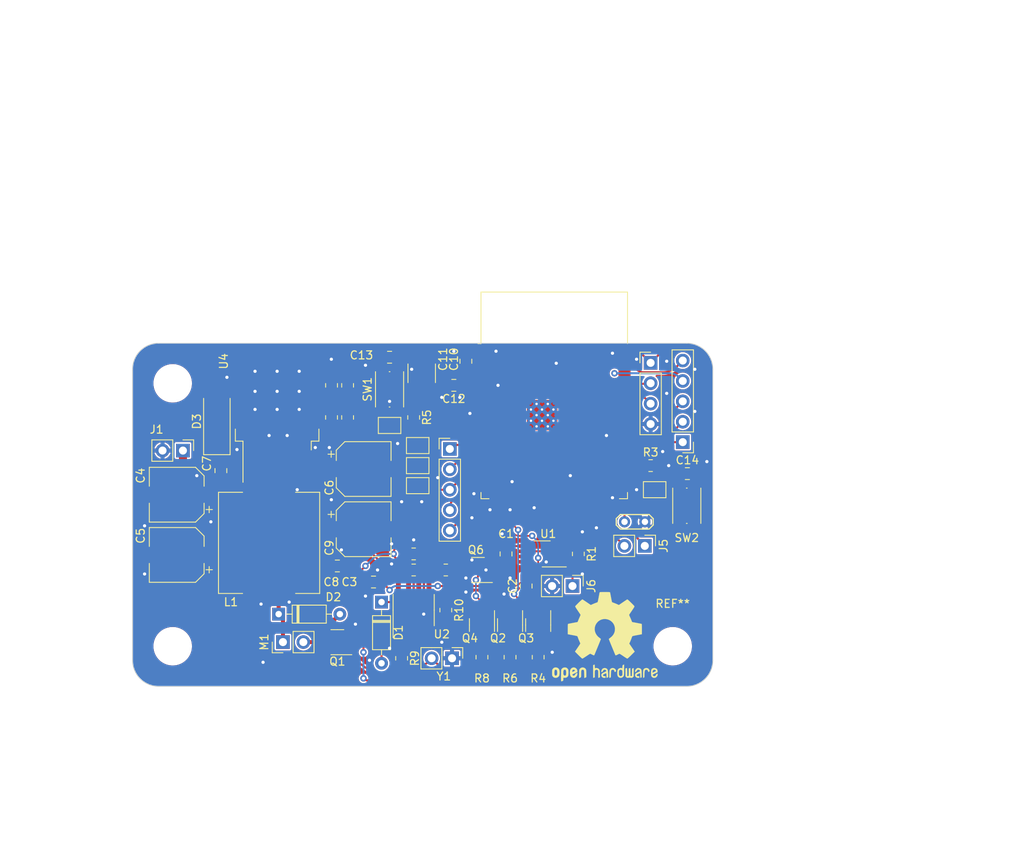
<source format=kicad_pcb>
(kicad_pcb (version 20221018) (generator pcbnew)
  (layers (0 "F.Cu" signal) (31 "B.Cu" signal) (34 "B.Paste" user) (35 "F.Paste" user) (36 "B.SilkS" user "B.Silkscreen") (37 "F.SilkS" user "F.Silkscreen") (38 "B.Mask" user) (39 "F.Mask" user) (44 "Edge.Cuts" user))
  (net 0 "")
  (net 1 "Net-(U1-CV)")
  (net 2 "GND")
  (net 3 "VDD")
  (net 4 "+5V")
  (net 5 "Net-(JP2-A)")
  (net 6 "/Wake_DIS")
  (net 7 "Net-(D1-K)")
  (net 8 "Net-(D1-A)")
  (net 9 "Net-(D2-A)")
  (net 10 "Net-(D3-K)")
  (net 11 "/ESP_P10")
  (net 12 "/ESP_P11")
  (net 13 "/ESP_P12")
  (net 14 "/ESP_P13")
  (net 15 "/ESP_P14")
  (net 16 "/ESP_P30")
  (net 17 "/ESP_P31")
  (net 18 "/ESP_P33")
  (net 19 "/ESP_P36")
  (net 20 "/ESP_P37")
  (net 21 "/Touch0")
  (net 22 "/Touch2")
  (net 23 "/Capacity_electrode")
  (net 24 "/PZ_OUT")
  (net 25 "/Wake_EN")
  (net 26 "/PZ_ATN100K")
  (net 27 "Net-(Q2-D)")
  (net 28 "/PZ_ATN10K")
  (net 29 "Net-(Q3-D)")
  (net 30 "/PZ_ATN1MEG")
  (net 31 "Net-(Q4-D)")
  (net 32 "/PZ_G10")
  (net 33 "Net-(Q6-D)")
  (net 34 "Net-(U1-Q)")
  (net 35 "Net-(R15-Pad2)")
  (net 36 "Net-(R4-Pad2)")
  (net 37 "Net-(U2A--)")
  (net 38 "Net-(U2B--)")
  (net 39 "Net-(U4-F{slash}B)")
  (net 40 "Net-(R16-Pad2)")
  (net 41 "/555_EN")
  (net 51 "/ESP_EN")
  (net 52 "/TX")
  (net 53 "/RX")
  (net 54 "/Boot")
  (net 55 "/SENSOR_VP")
  (net 56 "/SENSOR_VN")
  (net 57 "/16PU")
  (footprint "RF_Module:ESP32-WROOM-32D" (layer "F.Cu") (at 143.5 78.245)
    (fp_text reference "U3" hide)
    (fp_text value "ESP32-WROOM-32D")
  )
  (footprint "Connector_PinHeader_2.54mm:PinHeader_1x02_P2.54mm_Vertical" (layer "F.Cu") (at 97.275 82.125 -90)
    (fp_text reference "J1")
    (fp_text value "Conn_01x02" hide)
  )
  (footprint "Package_TO_SOT_SMD:SOT-23-3" (layer "F.Cu") (at 116.5 106 180)
    (fp_text reference "Q1")
    (fp_text value "2N7002K")
  )
  (footprint "Resistor_SMD:R_0805_2012Metric_Pad1.20x1.40mm_HandSolder" (layer "F.Cu") (at 115.775 74 90)
    (fp_text reference "R2" hide)
    (fp_text value "10k")
  )
  (footprint "Connector_PinHeader_2.54mm:PinHeader_1x02_P2.54mm_Vertical" (layer "F.Cu") (at 130.775 108 -90)
    (fp_text reference "Y1")
    (fp_text value "Piezo")
  )
  (footprint "Resistor_SMD:R_0805_2012Metric_Pad1.20x1.40mm_HandSolder" (layer "F.Cu") (at 130 97 180)
    (fp_text reference "R14" hide)
    (fp_text value "10k")
  )
  (footprint "Diode_THT:D_DO-35_SOD27_P7.62mm_Horizontal" (layer "F.Cu") (at 109.19 102.5)
    (fp_text reference "D2")
    (fp_text value "1N4148")
  )
  (footprint "Capacitor_SMD:C_0805_2012Metric_Pad1.18x1.45mm_HandSolder" (layer "F.Cu") (at 137.5 95 -90)
    (fp_text reference "C1")
    (fp_text value "100n")
  )
  (footprint "Connector_PinHeader_2.54mm:PinHeader_1x02_P2.54mm_Vertical" (layer "F.Cu") (at 154.775 94 -90)
    (fp_text reference "J5")
    (fp_text value "Conn_01x02")
  )
  (footprint "Capacitor_SMD:CP_Elec_6.3x5.7" (layer "F.Cu") (at 119.775 91.925)
    (fp_text reference "C9")
    (fp_text value "47u")
  )
  (footprint "Package_SO:VSSOP-8_3.0x3.0mm_P0.65mm" (layer "F.Cu") (at 142 95 180)
    (fp_text reference "U1")
    (fp_text value "LMC555xMM")
  )
  (footprint "Diode_THT:D_DO-35_SOD27_P7.62mm_Horizontal" (layer "F.Cu") (at 122 101 -90)
    (fp_text reference "D1")
    (fp_text value "1N4148")
  )
  (footprint "Package_TO_SOT_SMD:SOT-23-3" (layer "F.Cu") (at 141.5 103.8625 -90)
    (fp_text reference "Q3")
    (fp_text value "2N7002K")
  )
  (footprint "Jumper:SolderJumper-2_P1.3mm_Open_TrianglePad1.0x1.5mm" (layer "F.Cu") (at 126.5 86.5 180)
    (fp_text reference "JP5" hide)
    (fp_text value "SolderJumper_2_Open")
  )
  (footprint "Resistor_SMD:R_0805_2012Metric_Pad1.20x1.40mm_HandSolder" (layer "F.Cu") (at 126 78 -90)
    (fp_text reference "R5")
    (fp_text value "10k")
  )
  (footprint "Diode_SMD:D_SMA_Handsoldering" (layer "F.Cu") (at 101.5 78.125 90)
    (fp_text reference "D3")
    (fp_text value "SS54")
  )
  (footprint "Resistor_SMD:R_0805_2012Metric_Pad1.20x1.40mm_HandSolder" (layer "F.Cu") (at 126 97)
    (fp_text reference "R12" hide)
    (fp_text value "100k")
  )
  (footprint "Resistor_SMD:R_0805_2012Metric_Pad1.20x1.40mm_HandSolder" (layer "F.Cu") (at 134.5 107.8625 -90)
    (fp_text reference "R8")
    (fp_text value "1meg")
  )
  (footprint "Jumper:SolderJumper-2_P1.3mm_Open_TrianglePad1.0x1.5mm" (layer "F.Cu") (at 123 79)
    (fp_text reference "JP2" hide)
    (fp_text value "SolderJumper_2_Bridged")
  )
  (footprint "Capacitor_SMD:CP_Elec_6.3x5.7" (layer "F.Cu") (at 119.775 84.425)
    (fp_text reference "C6")
    (fp_text value "47u")
  )
  (footprint "Capacitor_SMD:C_0805_2012Metric_Pad1.18x1.45mm_HandSolder" (layer "F.Cu") (at 121 98.5)
    (fp_text reference "C3")
    (fp_text value "100n")
  )
  (footprint "Capacitor_SMD:C_0805_2012Metric_Pad1.18x1.45mm_HandSolder" (layer "F.Cu") (at 116.5 96.5)
    (fp_text reference "C8")
    (fp_text value "100n")
  )
  (footprint "MountingHole:MountingHole_4.3mm_M4" (layer "F.Cu") (at 96 73.75)
    (fp_text reference "REF**" hide)
    (fp_text value "MountingHole_4.3mm_M4" hide)
  )
  (footprint "Capacitor_SMD:C_0805_2012Metric_Pad1.18x1.45mm_HandSolder" (layer "F.Cu") (at 140 99 90)
    (fp_text reference "C2")
    (fp_text value "100n")
  )
  (footprint "Resistor_SMD:R_0805_2012Metric_Pad1.20x1.40mm_HandSolder" (layer "F.Cu") (at 124.5 108 -90)
    (fp_text reference "R9")
    (fp_text value "10k")
  )
  (footprint "Inductor_SMD:L_12x12mm_H8mm" (layer "F.Cu") (at 108 93.625 -90)
    (fp_text reference "L1")
    (fp_text value "470u")
  )
  (footprint "Resistor_SMD:R_0805_2012Metric_Pad1.20x1.40mm_HandSolder" (layer "F.Cu") (at 138 107.8625 -90)
    (fp_text reference "R6")
    (fp_text value "100k")
  )
  (footprint "TestPoint:TestPoint_2Pads_Pitch2.54mm_Drill0.8mm" (layer "F.Cu") (at 152.25 91)
    (fp_text reference "JP1" hide)
    (fp_text value "Jumper_2_Open")
  )
  (footprint "MountingHole:MountingHole_4.3mm_M4" (layer "F.Cu") (at 158.25 106.5)
    (fp_text reference "REF**")
    (fp_text value "MountingHole_4.3mm_M4" hide)
  )
  (footprint "Resistor_SMD:R_0805_2012Metric_Pad1.20x1.40mm_HandSolder" (layer "F.Cu") (at 126 95 180)
    (fp_text reference "R11" hide)
    (fp_text value "100k")
  )
  (footprint "Capacitor_SMD:C_0805_2012Metric_Pad1.18x1.45mm_HandSolder" (layer "F.Cu") (at 132.5 71 -90)
    (fp_text reference "C10")
    (fp_text value "100n")
  )
  (footprint "Connector_PinHeader_2.54mm:PinHeader_1x02_P2.54mm_Vertical" (layer "F.Cu") (at 109.725 105.985 90)
    (fp_text reference "M1")
    (fp_text value "Motor_DC")
  )
  (footprint "Resistor_SMD:R_0805_2012Metric_Pad1.20x1.40mm_HandSolder" (layer "F.Cu") (at 115.775 78 90)
    (fp_text reference "R15" hide)
    (fp_text value "2k")
  )
  (footprint "Connector_PinHeader_2.54mm:PinHeader_1x05_P2.54mm_Vertical" (layer "F.Cu") (at 159.5 81.075 180)
    (fp_text reference "J4" hide)
    (fp_text value "Conn_01x05")
  )
  (footprint "Package_TO_SOT_SMD:SOT-23-3" (layer "F.Cu") (at 134.5 103.8625 -90)
    (fp_text reference "Q4")
    (fp_text value "2N7002K")
  )
  (footprint "Package_TO_SOT_SMD:SOT-23-3" (layer "F.Cu") (at 138 103.8625 -90)
    (fp_text reference "Q2")
    (fp_text value "2N7002K")
  )
  (footprint "Resistor_SMD:R_0805_2012Metric_Pad1.20x1.40mm_HandSolder" (layer "F.Cu") (at 155.5 84)
    (fp_text reference "R3")
    (fp_text value "10k")
  )
  (footprint "MountingHole:MountingHole_4.3mm_M4" (layer "F.Cu") (at 96 106.5)
    (fp_text reference "REF**" hide)
    (fp_text value "MountingHole_4.3mm_M4" hide)
  )
  (footprint "Jumper:SolderJumper-2_P1.3mm_Open_TrianglePad1.0x1.5mm" (layer "F.Cu") (at 126.5 81.5)
    (fp_text reference "JP3" hide)
    (fp_text value "SolderJumper_2_Open")
  )
  (footprint "Capacitor_SMD:C_0805_2012Metric_Pad1.18x1.45mm_HandSolder" (layer "F.Cu") (at 131 74 180)
    (fp_text reference "C12")
    (fp_text value "1u")
  )
  (footprint "Resistor_SMD:R_0805_2012Metric_Pad1.20x1.40mm_HandSolder" (layer "F.Cu") (at 117.775 78 -90)
    (fp_text reference "R17" hide)
    (fp_text value "10k")
  )
  (footprint "Resistor_SMD:R_0805_2012Metric_Pad1.20x1.40mm_HandSolder" (layer "F.Cu") (at 141.5 107.8625 -90)
    (fp_text reference "R4")
    (fp_text value "10k")
  )
  (footprint "Resistor_SMD:R_0805_2012Metric_Pad1.20x1.40mm_HandSolder" (layer "F.Cu") (at 117.775 74 -90)
    (fp_text reference "R16" hide)
    (fp_text value "10k")
  )
  (footprint "Button_Switch_SMD:SW_Push_1P1T_NO_Vertical_Wuerth_434133025816" (layer "F.Cu") (at 160 89 90)
    (fp_text reference "SW2")
    (fp_text value "SW_Push")
  )
  (footprint "Resistor_SMD:R_0805_2012Metric_Pad1.20x1.40mm_HandSolder" (layer "F.Cu") (at 146.5 95 -90)
    (fp_text reference "R1")
    (fp_text value "100k")
  )
  (footprint "Capacitor_SMD:C_0805_2012Metric_Pad1.18x1.45mm_HandSolder" (layer "F.Cu") (at 102 84.625 90)
    (fp_text reference "C7")
    (fp_text value "100n")
  )
  (footprint "Connector_PinHeader_2.54mm:PinHeader_1x05_P2.54mm_Vertical" (layer "F.Cu") (at 130.5 81.925)
    (fp_text reference "J3" hide)
    (fp_text value "Conn_01x05")
  )
  (footprint "Resistor_SMD:R_0805_2012Metric_Pad1.20x1.40mm_HandSolder" (layer "F.Cu") (at 130 102 -90)
    (fp_text reference "R10")
    (fp_text value "10k")
  )
  (footprint "Capacitor_SMD:CP_Elec_6.3x5.7" (layer "F.Cu") (at 96.5 87.625 180)
    (fp_text reference "C4")
    (fp_text value "47u")
  )
  (footprint "Jumper:SolderJumper-2_P1.3mm_Open_TrianglePad1.0x1.5mm" (layer "F.Cu") (at 126.5 84)
    (fp_text reference "JP4" hide)
    (fp_text value "SolderJumper_2_Open")
  )
  (footprint "Connector_PinHeader_2.54mm:PinHeader_1x04_P2.54mm_Vertical" (layer "F.Cu") (at 155.5 71.2)
    (fp_text reference "J2" hide)
    (fp_text value "Conn_01x04")
  )
  (footprint "Package_SO:SOIC-8_3.9x4.9mm_P1.27mm" (layer "F.Cu") (at 126 102 90)
    (fp_text reference "U2")
    (fp_text value "LM358")
  )
  (footprint "Button_Switch_SMD:SW_Push_1P1T_NO_Vertical_Wuerth_434133025816" (layer "F.Cu") (at 123 74.5 -90)
    (fp_text reference "SW1")
    (fp_text value "SW_Push")
  )
  (footprint "Capacitor_SMD:C_0805_2012Metric_Pad1.18x1.45mm_HandSolder" (layer "F.Cu") (at 160.075 85)
    (fp_text reference "C14")
    (fp_text value "100n")
  )
  (footprint "Package_TO_SOT_SMD:SOT-23-3" (layer "F.Cu") (at 134 97 180)
    (fp_text reference "Q6")
    (fp_text value "2N7002K")
  )
  (footprint "Connector_PinHeader_2.54mm:PinHeader_1x02_P2.54mm_Vertical" (layer "F.Cu") (at 145.775 99 -90)
    (fp_text reference "J6")
    (fp_text value "Conn_01x02")
  )
  (footprint "Capacitor_SMD:C_0805_2012Metric_Pad1.18x1.45mm_HandSolder" (layer "F.Cu") (at 123 70.5 180)
    (fp_text reference "C13")
    (fp_text value "100n")
  )
  (footprint "Symbol:OSHW-Logo2_14.6x12mm_SilkScreen" (layer "F.Cu") (at 149.8 105.3)
    (fp_text reference "REF**" hide)
    (fp_text value "OSHW-Logo2_14.6x12mm_SilkScreen" hide)
  )
  (footprint "Jumper:SolderJumper-2_P1.3mm_Open_TrianglePad1.0x1.5mm" (layer "F.Cu") (at 156 87)
    (fp_text reference "JP6" hide)
    (fp_text value "SolderJumper_2_Open")
  )
  (footprint "Capacitor_SMD:C_1812_4532Metric_Pad1.57x3.40mm_HandSolder" (layer "F.Cu") (at 127 72.5 -90)
    (fp_text reference "C11")
    (fp_text value "22u")
  )
  (footprint "Capacitor_SMD:CP_Elec_6.3x5.7" (layer "F.Cu") (at 96.5 95.125 180)
    (fp_text reference "C5")
    (fp_text value "47u")
  )
  (footprint "Package_TO_SOT_SMD:TO-263-5_TabPin3" (layer "F.Cu") (at 109 76.125 90)
    (fp_text reference "U4")
    (fp_text value "~")
  )
  (gr_line (start 94.25 68.75) (end 160 68.75) (stroke (width 0.1)) (layer "Edge.Cuts"))
  (gr_arc (start 160 68.75) (mid 162.298097 69.701903) (end 163.25 72) (stroke (width 0.1)) (layer "Edge.Cuts"))
  (gr_arc (start 94.25 111.5) (mid 91.951903 110.548097) (end 91 108.25) (stroke (width 0.1)) (layer "Edge.Cuts"))
  (gr_line (start 94.25 111.5) (end 160 111.5) (stroke (width 0.1)) (layer "Edge.Cuts"))
  (gr_arc (start 163.25 108.25) (mid 162.298097 110.548097) (end 160 111.5) (stroke (width 0.1)) (layer "Edge.Cuts"))
  (gr_line (start 163.25 108.25) (end 163.25 72) (stroke (width 0.1)) (layer "Edge.Cuts"))
  (gr_line (start 91 72) (end 91 108.25) (stroke (width 0.1)) (layer "Edge.Cuts"))
  (gr_arc (start 91 72) (mid 91.951903 69.701903) (end 94.25 68.75) (stroke (width 0.1)) (layer "Edge.Cuts"))
  (segment (start 137.53125 93.99375) (end 137.5 93.9625) (width 0.25) (layer "F.Cu") (net 1))
  (segment (start 137.606694 94.025) (end 139.8 94.025) (width 0.25) (layer "F.Cu") (net 1))
  (arc (start 137.53125 93.99375) (mid 137.565864 94.016878) (end 137.606694 94.025) (width 0.25) (layer "F.Cu") (net 1))
  (segment (start 129.5 75.5) (end 129.73125 75.26875) (width 0.25) (layer "F.Cu") (net 2))
  (segment (start 129.9625 74.710463) (end 129.9625 74) (width 0.25) (layer "F.Cu") (net 2))
  (via (at 124 81.25) (size 0.8) (drill 0.4) (layers "F.Cu" "B.Cu") (net 2))
  (via (at 127 88.5) (size 0.8) (drill 0.4) (layers "F.Cu" "B.Cu") (net 2))
  (via (at 131.75 75.5) (size 0.8) (drill 0.4) (layers "F.Cu" "B.Cu") (net 2))
  (via (at 138 89.5) (size 0.8) (drill 0.4) (layers "F.Cu" "B.Cu") (net 2))
  (via (at 111.75 74.75) (size 0.8) (drill 0.4) (layers "F.Cu" "B.Cu") (net 2))
  (via (at 150.75 70) (size 0.8) (drill 0.4) (layers "F.Cu" "B.Cu") (net 2))
  (via (at 115.5 81.75) (size 0.8) (drill 0.4) (layers "F.Cu" "B.Cu") (net 2))
  (via (at 126 93.25) (size 0.8) (drill 0.4) (layers "F.Cu" "B.Cu") (net 2))
  (via (at 124.5 88.5) (size 0.8) (drill 0.4) (layers "F.Cu" "B.Cu") (net 2))
  (via (at 92.5 97.5) (size 0.8) (drill 0.4) (layers "F.Cu" "B.Cu") (net 2))
  (via (at 123 106.75) (size 0.8) (drill 0.4) (layers "F.Cu" "B.Cu") (net 2))
  (via (at 142.5 96) (size 0.8) (drill 0.4) (layers "F.Cu" "B.Cu") (net 2))
  (via (at 99 85.25) (size 0.8) (drill 0.4) (layers "F.Cu" "B.Cu") (net 2))
  (via (at 123.25 93.75) (size 0.8) (drill 0.4) (layers "F.Cu" "B.Cu") (net 2))
  (via (at 104 82) (size 0.8) (drill 0.4) (layers "F.Cu" "B.Cu") (net 2))
  (via (at 161 72) (size 0.8) (drill 0.4) (layers "F.Cu" "B.Cu") (net 2))
  (via (at 132.5 98) (size 0.8) (drill 0.4) (layers "F.Cu" "B.Cu") (net 2))
  (via (at 121.5 97) (size 0.8) (drill 0.4) (layers "F.Cu" "B.Cu") (net 2))
  (via (at 107.25 108.5) (size 0.8) (drill 0.4) (layers "F.Cu" "B.Cu") (net 2))
  (via (at 92.5 91.5) (size 0.8) (drill 0.4) (layers "F.Cu" "B.Cu") (net 2))
  (via (at 109 74.75) (size 0.8) (drill 0.4) (layers "F.Cu" "B.Cu") (net 2))
  (via (at 148.75 91.75) (size 0.8) (drill 0.4) (layers "F.Cu" "B.Cu") (net 2))
  (via (at 143.25 107.25) (size 0.8) (drill 0.4) (layers "F.Cu" "B.Cu") (net 2))
  (via (at 129.5 75.5) (size 0.8) (drill 0.4) (layers "F.Cu" "B.Cu") (net 2))
  (via (at 113.75 81.75) (size 0.8) (drill 0.4) (layers "F.Cu" "B.Cu") (net 2))
  (via (at 136.25 69.75) (size 0.8) (drill 0.4) (layers "F.Cu" "B.Cu") (net 2))
  (via (at 145.5 85.25) (size 0.8) (drill 0.4) (layers "F.Cu" "B.Cu") (net 2))
  (via (at 133.25 90.5) (size 0.8) (drill 0.4) (layers "F.Cu" "B.Cu") (net 2))
  (via (at 118.75 103.75) (size 0.8) (drill 0.4) (layers "F.Cu" "B.Cu") (net 2))
  (via (at 123.25 96.25) (size 0.8) (drill 0.4) (layers "F.Cu" "B.Cu") (net 2))
  (via (at 157 82.25) (size 0.8) (drill 0.4) (layers "F.Cu" "B.Cu") (net 2))
  (via (at 157.5 75) (size 0.8) (drill 0.4) (layers "F.Cu" "B.Cu") (net 2))
  (via (at 138 98) (size 0.8) (drill 0.4) (layers "F.Cu" "B.Cu") (net 2))
  (via (at 135 97) (size 0.8) (drill 0.4) (layers "F.Cu" "B.Cu") (net 2))
  (via (at 110.25 80.25) (size 0.8) (drill 0.4) (layers "F.Cu" "B.Cu") (net 2))
  (via (at 132.5 99.75) (size 0.8) (drill 0.4) (layers "F.Cu" "B.Cu") (net 2))
  (via (at 102.75 73) (size 0.8) (drill 0.4) (layers "F.Cu" "B.Cu") (net 2))
  (via (at 106.25 72.25) (size 0.8) (drill 0.4) (layers "F.Cu" "B.Cu") (net 2))
  (via (at 141 89.25) (size 0.8) (drill 0.4) (layers "F.Cu" "B.Cu") (net 2))
  (via (at 143.75 71.25) (size 0.8) (drill 0.4) (layers "F.Cu" "B.Cu") (net 2))
  (via (at 120 71.5) (size 0.8) (drill 0.4) (layers "F.Cu" "B.Cu") (net 2))
  (via (at 150 80.25) (size 0.8) (drill 0.4) (layers "F.Cu" "B.Cu") (net 2))
  (via (at 137 92.5) (size 0.8) (drill 0.4) (layers "F.Cu" "B.Cu") (net 2))
  (via (at 138.25 86) (size 0.8) (drill 0.4) (layers "F.Cu" "B.Cu") (net 2))
  (via (at 133.5 87.5) (size 0.8) (drill 0.4) (layers "F.Cu" "B.Cu") (net 2))
  (via (at 117 94.5) (size 0.8) (drill 0.4) (layers "F.Cu" "B.Cu") (net 2))
  (via (at 115.75 88.25) (size 0.8) (drill 0.4) (layers "F.Cu" "B.Cu") (net 2))
  (via (at 133.25 95.75) (size 0.8) (drill 0.4) (layers "F.Cu" "B.Cu") (net 2))
  (via (at 110.5 101) (size 0.8) (drill 0.4) (layers "F.Cu" "B.Cu") (net 2))
  (via (at 153.75 70.75) (size 0.8) (drill 0.4) (layers "F.Cu" "B.Cu") (net 2))
  (via (at 111.5 87) (size 0.8) (drill 0.4) (layers "F.Cu" "B.Cu") (net 2))
  (via (at 157.75 84) (size 0.8) (drill 0.4) (layers "F.Cu" "B.Cu") (net 2))
  (via (at 153.75 87) (size 0.8) (drill 0.4) (layers "F.Cu" "B.Cu") (net 2))
  (via (at 133 77.5) (size 0.8) (drill 0.4) (layers "F.Cu" "B.Cu") (net 2))
  (via (at 162.5 83.5) (size 0.8) (drill 0.4) (layers "F.Cu" "B.Cu") (net 2))
  (via (at 157.5 71) (size 0.8) (drill 0.4) (layers "F.Cu" "B.Cu") (net 2))
  (via (at 125.75 72) (size 0.8) (drill 0.4) (layers "F.Cu" "B.Cu") (net 2))
  (via (at 111.75 72.25) (size 0.8) (drill 0.4) (layers "F.Cu" "B.Cu") (net 2))
  (via (at 135.5 89.5) (size 0.8) (drill 0.4) (layers "F.Cu" "B.Cu") (net 2))
  (via (at 127.25 102.5) (size 0.8) (drill 0.4) (layers "F.Cu" "B.Cu") (net 2))
  (via (at 107 101.25) (size 0.8) (drill 0.4) (layers "F.Cu" "B.Cu") (net 2))
  (via (at 150.75 88) (size 0.8) (drill 0.4) (layers "F.Cu" "B.Cu") (net 2))
  (via (at 120 100.25) (size 0.8) (drill 0.4) (layers "F.Cu" "B.Cu") (net 2))
  (via (at 108 80.25) (size 0.8) (drill 0.4) (layers "F.Cu" "B.Cu") (net 2))
  (via (at 106.25 77) (size 0.8) (drill 0.4) (layers "F.Cu" "B.Cu") (net 2))
  (via (at 123 76) (size 0.8) (drill 0.4) (layers "F.Cu" "B.Cu") (net 2))
  (via (at 106.25 74.75) (size 0.8) (drill 0.4) (layers "F.Cu" "B.Cu") (net 2))
  (via (at 109 77) (size 0.8) (drill 0.4) (layers "F.Cu" "B.Cu") (net 2))
  (via (at 115.75 70.75) (size 0.8) (drill 0.4) (layers "F.Cu" "B.Cu") (net 2))
  (via (at 137.25 100) (size 0.8) (drill 0.4) (layers "F.Cu" "B.Cu") (net 2))
  (via (at 129.5 106) (size 0.8) (drill 0.4) (layers "F.Cu" "B.Cu") (net 2))
  (via (at 109 72.25) (size 0.8) (drill 0.4) (layers "F.Cu" "B.Cu") (net 2))
  (via (at 131 69.75) (size 0.8) (drill 0.4) (layers "F.Cu" "B.Cu") (net 2))
  (via (at 120.5 108.25) (size 0.8) (drill 0.4) (layers "F.Cu" "B.Cu") (net 2))
  (via (at 161 77.25) (size 0.8) (drill 0.4) (layers "F.Cu" "B.Cu") (net 2))
  (via (at 129 85.5) (size 0.8) (drill 0.4) (layers "F.Cu" "B.Cu") (net 2))
  (via (at 147 97.5) (size 0.8) (drill 0.4) (layers "F.Cu" "B.Cu") (net 2))
  (via (at 100.75 91) (size 0.8) (drill 0.4) (layers "F.Cu" "B.Cu") (net 2))
  (via (at 111.75 77) (size 0.8) (drill 0.4) (layers "F.Cu" "B.Cu") (net 2))
  (via (at 136.5 74) (size 0.8) (drill 0.4) (layers "F.Cu" "B.Cu") (net 2))
  (via (at 147 92.25) (size 0.8) (drill 0.4) (layers "F.Cu" "B.Cu") (net 2))
  (arc (start 129.9625 74.710463) (mid 129.9024 75.012605) (end 129.73125 75.26875) (width 0.25) (layer "F.Cu") (net 2))
  (segment (start 123.104715 97.235095) (end 118.049044 92.179424) (width 0.25) (layer "F.Cu") (net 3))
  (segment (start 124.095 98.692204) (end 124.095 99.525) (width 0.25) (layer "F.Cu") (net 3))
  (segment (start 109.725 103.413302) (end 109.725 105.985) (width 0.5) (layer "F.Cu") (net 3))
  (segment (start 127.5 74.1375) (end 126.499999 75.137499) (width 1) (layer "F.Cu") (net 3))
  (segment (start 115.4625 96.5) (end 114.425 97.5375) (width 1) (layer "F.Cu") (net 3))
  (segment (start 108.841457 98.575) (end 111.920253 98.575) (width 1) (layer "F.Cu") (net 3))
  (segment (start 123.104715 97.235095) (end 123.764905 97.895285) (width 0.25) (layer "F.Cu") (net 3))
  (segment (start 139.48125 98.48125) (end 140 97.9625) (width 0.25) (layer "F.Cu") (net 3))
  (segment (start 131.05 72.0375) (end 132.5 72.0375) (width 1) (layer "F.Cu") (net 3))
  (segment (start 118.5375 82.9625) (end 117.075 84.425) (width 1) (layer "F.Cu") (net 3))
  (segment (start 117.075 91.56519) (end 117.075 84.425) (width 1) (layer "F.Cu") (net 3))
  (segment (start 138.228876 99) (end 129 99) (width 0.25) (layer "F.Cu") (net 3))
  (segment (start 118.2625 73) (end 117.775 73) (width 1) (layer "F.Cu") (net 3))
  (segment (start 122.986741 99.449241) (end 122.201018 98.663518) (width 0.25) (layer "F.Cu") (net 3))
  (segment (start 123 99.48125) (end 123 99.5) (width 0.25) (layer "F.Cu") (net 3))
  (segment (start 136.760026 70.739973) (end 137.2575 70.2425) (width 0.25) (layer "F.Cu") (net 3))
  (segment (start 109.19 100.606457) (end 109.19 102.121697) (width 0.5) (layer "F.Cu") (net 3))
  (segment (start 134.01125 71.265) (end 133.818739 71.265) (width 0.25) (layer "F.Cu") (net 3))
  (segment (start 116.268749 92.731249) (end 116.820575 92.179424) (width 1) (layer "F.Cu") (net 3))
  (segment (start 120 79.431712) (end 120 74.524003) (width 1) (layer "F.Cu") (net 3))
  (segment (start 157 83.5) (end 156.5 84) (width 0.25) (layer "F.Cu") (net 3))
  (segment (start 126.292893 74.6375) (end 120.661503 74.6375) (width 1) (layer "F.Cu") (net 3))
  (segment (start 123.104714 97.895284) (end 122.663518 98.336481) (width 0.25) (layer "F.Cu") (net 3))
  (segment (start 126 76.31875) (end 126 77) (width 1) (layer "F.Cu") (net 3))
  (segment (start 126.499999 75.137499) (end 126.481716 75.155783) (width 1) (layer "F.Cu") (net 3))
  (segment (start 139.9 96.075) (end 139.8 95.975) (width 0.25) (layer "F.Cu") (net 3))
  (segment (start 155.5 71.2) (end 153.888861 69.588861) (width 0.25) (layer "F.Cu") (net 3))
  (segment (start 119.80625 74.05625) (end 120.19375 74.44375) (width 1) (layer "F.Cu") (net 3))
  (segment (start 132.88625 71.65125) (end 132.5 72.0375) (width 0.25) (layer "F.Cu") (net 3))
  (segment (start 119.094714 73.344714) (end 119.80625 74.05625) (width 1) (layer "F.Cu") (net 3))
  (segment (start 159.866116 69.25) (end 158.828858 69.25) (width 0.25) (layer "F.Cu") (net 3))
  (segment (start 128.574695 73.062804) (end 127.5 74.1375) (width 1) (layer "F.Cu") (net 3))
  (segment (start 162 81.292893) (end 162 71.383883) (width 0.25) (layer "F.Cu") (net 3))
  (segment (start 155.5 71.2) (end 156.475 70.225) (width 0.25) (layer "F.Cu") (net 3))
  (segment (start 115.4625 94.677709) (end 115.4625 96.5) (width 1) (layer "F.Cu") (net 3))
  (segment (start 160.292893 83) (end 158.207106 83) (width 0.25) (layer "F.Cu") (net 3))
  (segment (start 140 97.9625) (end 140 96.316421) (width 0.25) (layer "F.Cu") (net 3))
  (segment (start 135.48875 71.265) (end 134.01125 71.265) (width 0.25) (layer "F.Cu") (net 3))
  (segment (start 135.48875 71.265) (end 135.4925 71.265) (width 0.25) (layer "F.Cu") (net 3))
  (segment (start 152.998351 69.22) (end 139.726033 69.22) (width 0.25) (layer "F.Cu") (net 3))
  (via (at 123 99.5) (size 0.8) (drill 0.4) (layers "F.Cu" "B.Cu") (net 3))
  (via (at 129 99) (size 0.8) (drill 0.4) (layers "F.Cu" "B.Cu") (net 3))
  (arc (start 133.818739 71.265) (mid 133.314079 71.365383) (end 132.88625 71.65125) (width 0.25) (layer "F.Cu") (net 3))
  (arc (start 117.075 91.56519) (mid 117.180385 91.819614) (end 117.43481 91.925) (width 1) (layer "F.Cu") (net 3))
  (arc (start 122.26875 98.5) (mid 122.180254 98.55913) (end 122.201018 98.663518) (width 0.25) (layer "F.Cu") (net 3))
  (arc (start 131.05 72.0375) (mid 129.710374 72.303967) (end 128.574695 73.062804) (width 1) (layer "F.Cu") (net 3))
  (arc (start 123.104714 97.895284) (mid 123.241444 97.565189) (end 123.104715 97.235095) (width 0.25) (layer "F.Cu") (net 3))
  (arc (start 126.481716 75.155783) (mid 126.125193 75.689356) (end 126 76.31875) (width 1) (layer "F.Cu") (net 3))
  (arc (start 136.760026 70.739973) (mid 136.17848 71.128549) (end 135.4925 71.265) (width 0.25) (layer "F.Cu") (net 3))
  (arc (start 109.19 102.121697) (mid 109.25952 102.471203) (end 109.4575 102.7675) (width 0.5) (layer "F.Cu") (net 3))
  (arc (start 139.9 96.075) (mid 139.97401 96.185764) (end 140 96.316421) (width 0.25) (layer "F.Cu") (net 3))
  (arc (start 116.820575 92.179424) (mid 117.008877 91.897611) (end 117.075 91.56519) (width 1) (layer "F.Cu") (net 3))
  (arc (start 122.663518 98.336481) (mid 122.482397 98.457502) (end 122.26875 98.5) (width 0.25) (layer "F.Cu") (net 3))
  (arc (start 161.375 69.875) (mid 160.682718 69.412432) (end 159.866116 69.25) (width 0.25) (layer "F.Cu") (net 3))
  (arc (start 162 81.292893) (mid 161.870054 81.946174) (end 161.5 82.5) (width 0.25) (layer "F.Cu") (net 3))
  (arc (start 158.207106 83) (mid 157.553825 83.129945) (end 157 83.5) (width 0.25) (layer "F.Cu") (net 3))
  (arc (start 126.292893 74.6375) (mid 126.946174 74.507554) (end 127.5 74.1375) (width 1) (layer "F.Cu") (net 3))
  (arc (start 122.986741 99.449241) (mid 122.996554 99.463927) (end 123 99.48125) (width 0.25) (layer "F.Cu") (net 3))
  (arc (start 153.888861 69.588861) (mid 153.480291 69.315864) (end 152.998351 69.22) (width 0.25) (layer "F.Cu") (net 3))
  (arc (start 117.43481 91.925) (mid 117.102388 91.991122) (end 116.820575 92.179424) (width 0.25) (layer "F.Cu") (net 3))
  (arc (start 114.425 97.5375) (mid 113.275812 98.305362) (end 111.920253 98.575) (width 1) (layer "F.Cu") (net 3))
  (arc (start 116.268749 92.731249) (mid 115.672037 93.624292) (end 115.4625 94.677709) (width 1) (layer "F.Cu") (net 3))
  (arc (start 120 79.431712) (mid 119.619908 81.34256) (end 118.5375 82.9625) (width 1) (layer "F.Cu") (net 3))
  (arc (start 118.049044 92.179424) (mid 117.767231 91.991122) (end 117.43481 91.925) (width 0.25) (layer "F.Cu") (net 3))
  (arc (start 161.5 82.5) (mid 160.946174 82.870054) (end 160.292893 83) (width 0.25) (layer "F.Cu") (net 3))
  (arc (start 119.094714 73.344714) (mid 118.712891 73.089588) (end 118.2625 73) (width 1) (layer "F.Cu") (net 3))
  (arc (start 120.19375 74.44375) (mid 120.070063 74.419146) (end 120 74.524003) (width 1) (layer "F.Cu") (net 3))
  (arc (start 120.19375 74.44375) (mid 120.408357 74.587146) (end 120.661503 74.6375) (width 1) (layer "F.Cu") (net 3))
  (arc (start 120 74.524003) (mid 119.949646 74.270857) (end 119.80625 74.05625) (width 1) (layer "F.Cu") (net 3))
  (arc (start 123.764905 97.895285) (mid 124.009211 98.260914) (end 124.095 98.692204) (width 0.25) (layer "F.Cu") (net 3))
  (arc (start 126.499999 75.137499) (mid 126.56349 74.818307) (end 126.292893 74.6375) (width 1) (layer "F.Cu") (net 3))
  (arc (start 139.726033 69.22) (mid 138.390072 69.485739) (end 137.2575 70.2425) (width 0.25) (layer "F.Cu") (net 3))
  (arc (start 108.841457 98.575) (mid 108.519445 98.790161) (end 108.595 99.17) (width 1) (layer "F.Cu") (net 3))
  (arc (start 139.48125 98.48125) (mid 138.906656 98.865181) (end 138.228876 99) (width 0.25) (layer "F.Cu") (net 3))
  (arc (start 123.764905 97.895285) (mid 123.434809 97.758554) (end 123.104714 97.895284) (width 0.25) (layer "F.Cu") (net 3))
  (arc (start 158.828858 69.25) (mid 157.554959 69.503394) (end 156.475 70.225) (width 0.25) (layer "F.Cu") (net 3))
  (arc (start 109.4575 102.7675) (mid 109.655479 103.063796) (end 109.725 103.413302) (width 0.5) (layer "F.Cu") (net 3))
  (arc (start 161.375 69.875) (mid 161.837567 70.567281) (end 162 71.383883) (width 0.25) (layer "F.Cu") (net 3))
  (arc (start 108.595 99.17) (mid 109.035364 99.829052) (end 109.19 100.606457) (width 0.5) (layer "F.Cu") (net 3))
  (segment (start 123 99.5) (end 123.25 99.25) (width 0.25) (layer "B.Cu") (net 3))
  (segment (start 123.853553 99) (end 129 99) (width 0.25) (layer "B.Cu") (net 3))
  (arc (start 123.853553 99) (mid 123.526912 99.064972) (end 123.25 99.25) (width 0.25) (layer "B.Cu") (net 3))
  (segment (start 101.58125 85.6625) (end 102 85.6625) (width 1) (layer "F.Cu") (net 4))
  (segment (start 100.866399 85.9586) (end 99.2 87.625) (width 1) (layer "F.Cu") (net 4))
  (segment (start 102.85625 85.6625) (end 102 85.6625) (width 1) (layer "F.Cu") (net 4))
  (segment (start 99.2 87.625) (end 98.2375 86.6625) (width 1) (layer "F.Cu") (net 4))
  (segment (start 104.31796 85.057039) (end 105.6 83.775) (width 1) (layer "F.Cu") (net 4))
  (segment (start 99.2 87.625) (end 99.2 95.125) (width 1) (layer "F.Cu") (net 4))
  (segment (start 97.275 84.338819) (end 97.275 82.125) (width 1) (layer "F.Cu") (net 4))
  (arc (start 104.31796 85.057039) (mid 103.647321 85.505145) (end 102.85625 85.6625) (width 1) (layer "F.Cu") (net 4))
  (arc (start 97.275 84.338819) (mid 97.525145 85.596386) (end 98.2375 86.6625) (width 1) (layer "F.Cu") (net 4))
  (arc (start 101.58125 85.6625) (mid 101.194375 85.739453) (end 100.866399 85.9586) (width 1) (layer "F.Cu") (net 4))
  (segment (start 121.94375 72.40625) (end 121.925 72.425) (width 0.25) (layer "F.Cu") (net 5))
  (segment (start 122.1 78.825) (end 122.275 79) (width 0.25) (layer "F.Cu") (net 5))
  (segment (start 121.925 78.402512) (end 121.925 76.55) (width 0.25) (layer "F.Cu") (net 5))
  (segment (start 121.9625 72.360983) (end 121.9625 70.5) (width 0.25) (layer "F.Cu") (net 5))
  (arc (start 121.9625 72.360983) (mid 121.957627 72.385481) (end 121.94375 72.40625) (width 0.25) (layer "F.Cu") (net 5))
  (arc (start 121.925 78.402512) (mid 121.970481 78.63116) (end 122.1 78.825) (width 0.25) (layer "F.Cu") (net 5))
  (segment (start 153.993612 81.880438) (end 155.266406 83.153232) (width 0.25) (layer "F.Cu") (net 6))
  (segment (start 158.98125 85.05625) (end 159.025 85.0125) (width 0.25) (layer "F.Cu") (net 6))
  (segment (start 158.925 85.192049) (end 158.925 86.925) (width 0.25) (layer "F.Cu") (net 6))
  (segment (start 155.5 84.982322) (end 155.5 83.717178) (width 0.25) (layer "F.Cu") (net 6))
  (segment (start 152.894087 81.425) (end 152.25 81.425) (width 0.25) (layer "F.Cu") (net 6))
  (segment (start 155.542677 85.025) (end 158.994822 85.025) (width 0.25) (layer "F.Cu") (net 6))
  (arc (start 155.266406 83.153232) (mid 155.439291 83.411973) (end 155.5 83.717178) (width 0.25) (layer "F.Cu") (net 6))
  (arc (start 155.5125 85.0125) (mid 155.526345 85.021751) (end 155.542677 85.025) (width 0.25) (layer "F.Cu") (net 6))
  (arc (start 159.025 85.0125) (mid 159.011154 85.021751) (end 158.994822 85.025) (width 0.25) (layer "F.Cu") (net 6))
  (arc (start 155.5 84.982322) (mid 155.503248 84.998654) (end 155.5125 85.0125) (width 0.25) (layer "F.Cu") (net 6))
  (arc (start 153.993612 81.880438) (mid 153.489145 81.543364) (end 152.894087 81.425) (width 0.25) (layer "F.Cu") (net 6))
  (arc (start 158.98125 85.05625) (mid 158.939618 85.118555) (end 158.925 85.192049) (width 0.25) (layer "F.Cu") (net 6))
  (arc (start 159.025 85.0125) (mid 159.025 85.0125) (end 159.025 85.0125) (width 0.25) (layer "F.Cu") (net 6))
  (segment (start 129.69 101) (end 130 101) (width 0.25) (layer "F.Cu") (net 7))
  (segment (start 127.905 100.0125) (end 127.905 100.146446) (width 0.25) (layer "F.Cu") (net 7))
  (segment (start 128.249714 99.869714) (end 129.160796 100.780796) (width 0.25) (layer "F.Cu") (net 7))
  (segment (start 127.051446 101) (end 122 101) (width 0.25) (layer "F.Cu") (net 7))
  (arc (start 129.160796 100.780796) (mid 129.403597 100.94303) (end 129.69 101) (width 0.25) (layer "F.Cu") (net 7))
  (arc (start 127.905 100.146446) (mid 127.840027 100.473087) (end 127.655 100.75) (width 0.25) (layer "F.Cu") (net 7))
  (arc (start 128.249714 99.869714) (mid 128.029653 99.825941) (end 127.905 100.0125) (width 0.25) (layer "F.Cu") (net 7))
  (arc (start 127.655 100.75) (mid 127.378087 100.935027) (end 127.051446 101) (width 0.25) (layer "F.Cu") (net 7))
  (segment (start 122.724784 105.845215) (end 124.095 104.475) (width 0.25) (layer "F.Cu") (net 8))
  (segment (start 122 107.595) (end 122 108.62) (width 0.25) (layer "F.Cu") (net 8))
  (arc (start 122.724784 105.845215) (mid 122.188365 106.648023) (end 122 107.595) (width 0.25) (layer "F.Cu") (net 8))
  (segment (start 116.08625 103.22375) (end 116.81 102.5) (width 0.5) (layer "F.Cu") (net 9))
  (segment (start 115.3625 105.989393) (end 115.3625 104.971037) (width 0.5) (layer "F.Cu") (net 9))
  (segment (start 115.336893 105.985) (end 112.265 105.985) (width 0.5) (layer "F.Cu") (net 9))
  (arc (start 116.08625 103.22375) (mid 115.550596 104.025412) (end 115.3625 104.971037) (width 0.5) (layer "F.Cu") (net 9))
  (arc (start 115.355 105.9925) (mid 115.346692 105.986949) (end 115.336893 105.985) (width 0.5) (layer "F.Cu") (net 9))
  (arc (start 115.355 105.9925) (mid 115.359787 105.993452) (end 115.3625 105.989393) (width 0.5) (layer "F.Cu") (net 9))
  (segment (start 107.3 82.625) (end 107.3 84.925) (width 1) (layer "F.Cu") (net 10))
  (segment (start 107.3 87.480025) (end 107.3 84.925) (width 1) (layer "F.Cu") (net 10))
  (segment (start 107.3 82.07604) (end 107.3 82.625) (width 1) (layer "F.Cu") (net 10))
  (segment (start 107.65 88.325) (end 108 88.675) (width 1) (layer "F.Cu") (net 10))
  (segment (start 105.848959 80.625) (end 101.5 80.625) (width 1) (layer "F.Cu") (net 10))
  (arc (start 106.875 81.05) (mid 107.189546 81.520751) (end 107.3 82.07604) (width 1) (layer "F.Cu") (net 10))
  (arc (start 107.3 87.480025) (mid 107.390962 87.937322) (end 107.65 88.325) (width 1) (layer "F.Cu") (net 10))
  (arc (start 106.875 81.05) (mid 106.404248 80.735453) (end 105.848959 80.625) (width 1) (layer "F.Cu") (net 10))
  (segment (start 131.353553 81.425) (end 134.75 81.425) (width 0.25) (layer "F.Cu") (net 11))
  (segment (start 130.75 81.675) (end 130.5 81.925) (width 0.25) (layer "F.Cu") (net 11))
  (arc (start 131.353553 81.425) (mid 131.026912 81.489972) (end 130.75 81.675) (width 0.25) (layer "F.Cu") (net 11))
  (segment (start 131.393187 83.571812) (end 130.5 84.465) (width 0.25) (layer "F.Cu") (net 12))
  (segment (start 133.51 82.695) (end 134.75 82.695) (width 0.25) (layer "F.Cu") (net 12))
  (arc (start 133.51 82.695) (mid 132.364389 82.922876) (end 131.393187 83.571812) (width 0.25) (layer "F.Cu") (net 12))
  (segment (start 133.1122 84.392799) (end 130.5 87.005) (width 0.25) (layer "F.Cu") (net 13))
  (segment (start 134.145 83.965) (end 134.75 83.965) (width 0.25) (layer "F.Cu") (net 13))
  (segment (start 127.4775 86.7525) (end 127.225 86.5) (width 0.25) (layer "F.Cu") (net 13))
  (segment (start 128.087088 87.005) (end 130.5 87.005) (width 0.25) (layer "F.Cu") (net 13))
  (arc (start 134.145 83.965) (mid 133.586052 84.076181) (end 133.1122 84.392799) (width 0.25) (layer "F.Cu") (net 13))
  (arc (start 127.4775 86.7525) (mid 127.757181 86.939377) (end 128.087088 87.005) (width 0.25) (layer "F.Cu") (net 13))
  (segment (start 130.5 89.14) (end 130.5 89.545) (width 0.25) (layer "F.Cu") (net 14))
  (segment (start 133.734834 85.500165) (end 130.786378 88.448621) (width 0.25) (layer "F.Cu") (net 14))
  (segment (start 134.375 85.235) (end 134.75 85.235) (width 0.25) (layer "F.Cu") (net 14))
  (arc (start 130.786378 88.448621) (mid 130.574427 88.765828) (end 130.5 89.14) (width 0.25) (layer "F.Cu") (net 14))
  (arc (start 134.375 85.235) (mid 134.028544 85.303914) (end 133.734834 85.500165) (width 0.25) (layer "F.Cu") (net 14))
  (segment (start 134.279773 88.305226) (end 130.5 92.085) (width 0.25) (layer "F.Cu") (net 15))
  (segment (start 134.75 87.17) (end 134.75 86.505) (width 0.25) (layer "F.Cu") (net 15))
  (arc (start 134.75 87.17) (mid 134.627791 87.784379) (end 134.279773 88.305226) (width 0.25) (layer "F.Cu") (net 15))
  (segment (start 153.265165 80.420165) (end 153.46 80.615) (width 0.25) (layer "F.Cu") (net 16))
  (segment (start 154.570538 81.075) (end 159.5 81.075) (width 0.25) (layer "F.Cu") (net 16))
  (segment (start 152.625 80.155) (end 152.25 80.155) (width 0.25) (layer "F.Cu") (net 16))
  (arc (start 153.46 80.615) (mid 153.969519 80.955449) (end 154.570538 81.075) (width 0.25) (layer "F.Cu") (net 16))
  (arc (start 153.265165 80.420165) (mid 152.971454 80.223914) (end 152.625 80.155) (width 0.25) (layer "F.Cu") (net 16))
  (segment (start 152.822486 78.885) (end 152.25 78.885) (width 0.25) (layer "F.Cu") (net 17))
  (segment (start 155.725173 80.25) (end 156.572311 80.25) (width 0.25) (layer "F.Cu") (net 17))
  (segment (start 153.799782 79.289809) (end 154.077473 79.5675) (width 0.25) (layer "F.Cu") (net 17))
  (segment (start 158.6425 79.3925) (end 159.5 78.535) (width 0.25) (layer "F.Cu") (net 17))
  (arc (start 154.077473 79.5675) (mid 154.833444 80.072624) (end 155.725173 80.25) (width 0.25) (layer "F.Cu") (net 17))
  (arc (start 153.799782 79.289809) (mid 153.351394 78.990206) (end 152.822486 78.885) (width 0.25) (layer "F.Cu") (net 17))
  (arc (start 158.6425 79.3925) (mid 157.692689 80.027143) (end 156.572311 80.25) (width 0.25) (layer "F.Cu") (net 17))
  (segment (start 155.596681 77.5) (end 156.930804 77.5) (width 0.25) (layer "F.Cu") (net 18))
  (segment (start 158.7475 76.7475) (end 159.5 75.995) (width 0.25) (layer "F.Cu") (net 18))
  (segment (start 154.202473 76.9225) (end 154.111099 76.831126) (width 0.25) (layer "F.Cu") (net 18))
  (segment (start 152.937486 76.345) (end 152.25 76.345) (width 0.25) (layer "F.Cu") (net 18))
  (arc (start 158.7475 76.7475) (mid 157.913992 77.304431) (end 156.930804 77.5) (width 0.25) (layer "F.Cu") (net 18))
  (arc (start 154.111099 76.831126) (mid 153.57264 76.47134) (end 152.937486 76.345) (width 0.25) (layer "F.Cu") (net 18))
  (arc (start 154.202473 76.9225) (mid 154.842141 77.349912) (end 155.596681 77.5) (width 0.25) (layer "F.Cu") (net 18))
  (segment (start 151.059748 72.535) (end 152.25 72.535) (width 0.25) (layer "F.Cu") (net 19))
  (segment (start 151 72.5) (end 151.0175 72.5175) (width 0.25) (layer "F.Cu") (net 19))
  (via (at 151 72.5) (size 0.8) (drill 0.4) (layers "F.Cu" "B.Cu") (net 19))
  (arc (start 151.0175 72.5175) (mid 151.036883 72.530451) (end 151.059748 72.535) (width 0.25) (layer "F.Cu") (net 19))
  (segment (start 159.0225 72.9775) (end 159.5 73.455) (width 0.25) (layer "B.Cu") (net 19))
  (segment (start 151 72.5) (end 157.869713 72.5) (width 0.25) (layer "B.Cu") (net 19))
  (arc (start 159.0225 72.9775) (mid 158.493596 72.624098) (end 157.869713 72.5) (width 0.25) (layer "B.Cu") (net 19))
  (segment (start 157.007624 72.375) (end 154.63743 72.375) (width 0.25) (layer "F.Cu") (net 20))
  (segment (start 153.265165 71.530165) (end 153.737051 72.002051) (width 0.25) (layer "F.Cu") (net 20))
  (segment (start 158.77 71.645) (end 159.5 70.915) (width 0.25) (layer "F.Cu") (net 20))
  (segment (start 152.625 71.265) (end 152.25 71.265) (width 0.25) (layer "F.Cu") (net 20))
  (arc (start 153.737051 72.002051) (mid 154.150148 72.278074) (end 154.63743 72.375) (width 0.25) (layer "F.Cu") (net 20))
  (arc (start 153.265165 71.530165) (mid 152.971454 71.333914) (end 152.625 71.265) (width 0.25) (layer "F.Cu") (net 20))
  (arc (start 158.77 71.645) (mid 157.961415 72.185279) (end 157.007624 72.375) (width 0.25) (layer "F.Cu") (net 20))
  (segment (start 154.3875 87.8875) (end 155.275 87) (width 0.25) (layer "F.Cu") (net 21))
  (segment (start 152.88 85.235) (end 152.25 85.235) (width 0.25) (layer "F.Cu") (net 21))
  (segment (start 153.5 91.823438) (end 153.5 90.030114) (width 0.25) (layer "F.Cu") (net 21))
  (segment (start 154.1375 93.3625) (end 154.775 94) (width 0.25) (layer "F.Cu") (net 21))
  (segment (start 153.955477 85.680477) (end 155.275 87) (width 0.25) (layer "F.Cu") (net 21))
  (arc (start 154.3875 87.8875) (mid 153.730653 88.870539) (end 153.5 90.030114) (width 0.25) (layer "F.Cu") (net 21))
  (arc (start 153.5 91.823438) (mid 153.66568 92.656372) (end 154.1375 93.3625) (width 0.25) (layer "F.Cu") (net 21))
  (arc (start 153.955477 85.680477) (mid 153.462044 85.350775) (end 152.88 85.235) (width 0.25) (layer "F.Cu") (net 21))
  (segment (start 149.22 89.37) (end 149.22 87.755) (width 0.25) (layer "F.Cu") (net 22))
  (segment (start 150.361977 92.126977) (end 152.235 94) (width 0.25) (layer "F.Cu") (net 22))
  (arc (start 149.22 89.37) (mid 149.51679 90.862065) (end 150.361977 92.126977) (width 0.25) (layer "F.Cu") (net 22))
  (segment (start 145.775 97.237652) (end 145.775 99) (width 0.25) (layer "F.Cu") (net 23))
  (segment (start 142.33076 94.675) (end 139.8 94.675) (width 0.25) (layer "F.Cu") (net 23))
  (segment (start 146.355698 95.469302) (end 146.363388 95.476992) (width 0.25) (layer "F.Cu") (net 23))
  (segment (start 146.137499 96.362499) (end 146.363388 96.136611) (width 0.25) (layer "F.Cu") (net 23))
  (segment (start 143.7008 95.325) (end 144.2 95.325) (width 0.25) (layer "F.Cu") (net 23))
  (segment (start 146.007322 95.325) (end 144.2 95.325) (width 0.25) (layer "F.Cu") (net 23))
  (segment (start 143.11538 95) (end 143.256236 95.140856) (width 0.25) (layer "F.Cu") (net 23))
  (arc (start 146.355698 95.469302) (mid 146.195861 95.362502) (end 146.007322 95.325) (width 0.25) (layer "F.Cu") (net 23))
  (arc (start 146.363388 95.476992) (mid 146.464495 95.62831) (end 146.5 95.806802) (width 0.25) (layer "F.Cu") (net 23))
  (arc (start 143.11538 95) (mid 142.755393 94.759464) (end 142.33076 94.675) (width 0.25) (layer "F.Cu") (net 23))
  (arc (start 146.5 95.806802) (mid 146.464495 95.985293) (end 146.363388 96.136611) (width 0.25) (layer "F.Cu") (net 23))
  (arc (start 146.137499 96.362499) (mid 145.86921 96.764022) (end 145.775 97.237652) (width 0.25) (layer "F.Cu") (net 23))
  (arc (start 143.256236 95.140856) (mid 143.460204 95.277143) (end 143.7008 95.325) (width 0.25) (layer "F.Cu") (net 23))
  (segment (start 125.365 97.623093) (end 125.365 99.525) (width 0.25) (layer "F.Cu") (net 24))
  (segment (start 118.75 99.792893) (end 118.75 98.633883) (width 0.25) (layer "F.Cu") (net 24))
  (segment (start 125.088388 97.088388) (end 125.1825 97.1825) (width 0.25) (layer "F.Cu") (net 24))
  (segment (start 120 96.5) (end 119.375 97.125) (width 0.25) (layer "F.Cu") (net 24))
  (segment (start 123.756218 95.506218) (end 124.911611 96.661611) (width 0.25) (layer "F.Cu") (net 24))
  (segment (start 142.519398 110.092671) (end 155.131207 97.480862) (width 0.25) (layer "F.Cu") (net 24))
  (segment (start 125.775 84) (end 125.775 81.5) (width 0.25) (layer "F.Cu") (net 24))
  (segment (start 119.75 102.207106) (end 119.75 107.25) (width 0.25) (layer "F.Cu") (net 24))
  (segment (start 119.75 110.5) (end 119.875 110.625) (width 0.25) (layer "F.Cu") (net 24))
  (segment (start 125.775 90.641637) (end 125.775 86.5) (width 0.25) (layer "F.Cu") (net 24))
  (segment (start 156.725 93.633106) (end 156.725 87) (width 0.25) (layer "F.Cu") (net 24))
  (segment (start 125.775 86.5) (end 125.775 84) (width 0.25) (layer "F.Cu") (net 24))
  (segment (start 124.637499 93.387804) (end 123.756218 94.269086) (width 0.25) (layer "F.Cu") (net 24))
  (segment (start 140.932465 110.75) (end 120.176776 110.75) (width 0.25) (layer "F.Cu") (net 24))
  (via (at 119.75 110.5) (size 0.8) (drill 0.4) (layers "F.Cu" "B.Cu") (net 24))
  (via (at 120 96.5) (size 0.8) (drill 0.4) (layers "F.Cu" "B.Cu") (net 24))
  (via (at 119.75 107.25) (size 0.8) (drill 0.4) (layers "F.Cu" "B.Cu") (net 24))
  (via (at 123.5 95) (size 0.8) (drill 0.4) (layers "F.Cu" "B.Cu") (net 24))
  (arc (start 119.25 101) (mid 119.620054 101.553825) (end 119.75 102.207106) (width 0.25) (layer "F.Cu") (net 24))
  (arc (start 118.75 99.792893) (mid 118.879945 100.446174) (end 119.25 101) (width 0.25) (layer "F.Cu") (net 24))
  (arc (start 123.756218 94.269086) (mid 123.566588 94.552886) (end 123.5 94.887652) (width 0.25) (layer "F.Cu") (net 24))
  (arc (start 125 96.875) (mid 125.022971 96.990484) (end 125.088388 97.088388) (width 0.25) (layer "F.Cu") (net 24))
  (arc (start 125.775 90.641637) (mid 125.479373 92.127852) (end 124.637499 93.387804) (width 0.25) (layer "F.Cu") (net 24))
  (arc (start 142.519398 110.092671) (mid 141.791307 110.579166) (end 140.932465 110.75) (width 0.25) (layer "F.Cu") (net 24))
  (arc (start 125.1825 97.1825) (mid 125.317569 97.384645) (end 125.365 97.623093) (width 0.25) (layer "F.Cu") (net 24))
  (arc (start 124.911611 96.661611) (mid 124.977028 96.759514) (end 125 96.875) (width 0.25) (layer "F.Cu") (net 24))
  (arc (start 119.375 97.125) (mid 118.912432 97.817281) (end 118.75 98.633883) (width 0.25) (layer "F.Cu") (net 24))
  (arc (start 119.875 110.625) (mid 120.013456 110.717513) (end 120.176776 110.75) (width 0.25) (layer "F.Cu") (net 24))
  (arc (start 123.5 94.887652) (mid 123.566588 95.222417) (end 123.756218 95.506218) (width 0.25) (layer "F.Cu") (net 24))
  (arc (start 156.725 93.633106) (mid 156.310786 95.715496) (end 155.131207 97.480862) (width 0.25) (layer "F.Cu") (net 24))
  (segment (start 123.5 95) (end 122.5 95) (width 0.25) (layer "B.Cu") (net 24))
  (segment (start 119.75 110.5) (end 119.75 107.25) (width 0.25) (layer "B.Cu") (net 24))
  (segment (start 120 96.5) (end 120.792893 95.707106) (width 0.25) (layer "B.Cu") (net 24))
  (arc (start 122.5 95) (mid 121.57612 95.18377) (end 120.792893 95.707106) (width 0.25) (layer "B.Cu") (net 24))
  (segment (start 141.515374 110) (end 122.844175 110) (width 0.25) (layer "F.Cu") (net 25))
  (segment (start 147.95 101.77171) (end 147.95 87.755) (width 0.25) (layer "F.Cu") (net 25))
  (segment (start 142.301153 109.67452) (end 146.356207 105.619466) (width 0.25) (layer "F.Cu") (net 25))
  (segment (start 119.1625 108.475) (end 117.6375 106.95) (width 0.25) (layer "F.Cu") (net 25))
  (arc (start 119.1625 108.475) (mid 120.851666 109.603665) (end 122.844175 110) (width 0.25) (layer "F.Cu") (net 25))
  (arc (start 142.301153 109.67452) (mid 141.940634 109.915411) (end 141.515374 110) (width 0.25) (layer "F.Cu") (net 25))
  (arc (start 147.95 101.77171) (mid 147.535786 103.8541) (end 146.356207 105.619466) (width 0.25) (layer "F.Cu") (net 25))
  (segment (start 137.0384 88.651339) (end 137.0384 78.971213) (width 0.2032) (layer "F.Cu") (net 26))
  (segment (start 135.125 76.345) (end 134.75 76.345) (width 0.2032) (layer "F.Cu") (net 26))
  (segment (start 138.95 100.768198) (end 138.95 102.725) (width 0.2032) (layer "F.Cu") (net 26))
  (segment (start 139 92) (end 138.0192 91.0192) (width 0.2032) (layer "F.Cu") (net 26))
  (segment (start 138.725 100.225) (end 138.5 100) (width 0.2032) (layer "F.Cu") (net 26))
  (segment (start 135.765165 76.610165) (end 136.2692 77.1142) (width 0.2032) (layer "F.Cu") (net 26))
  (via (at 138.5 100) (size 0.8) (drill 0.4) (layers "F.Cu" "B.Cu") (net 26))
  (via (at 139 92) (size 0.8) (drill 0.4) (layers "F.Cu" "B.Cu") (net 26))
  (arc (start 137.0384 88.651339) (mid 137.293301 89.932816) (end 138.0192 91.0192) (width 0.2032) (layer "F.Cu") (net 26))
  (arc (start 138.725 100.225) (mid 138.891524 100.474221) (end 138.95 100.768198) (width 0.2032) (layer "F.Cu") (net 26))
  (arc (start 136.2692 77.1142) (mid 136.838491 77.966204) (end 137.0384 78.971213) (width 0.2032) (layer "F.Cu") (net 26))
  (arc (start 135.765165 76.610165) (mid 135.471454 76.413914) (end 135.125 76.345) (width 0.2032) (layer "F.Cu") (net 26))
  (segment (start 139 92) (end 139 99.146446) (width 0.2032) (layer "B.Cu") (net 26))
  (segment (start 138.75 99.75) (end 138.5 100) (width 0.2032) (layer "B.Cu") (net 26))
  (arc (start 139 99.146446) (mid 138.935027 99.473087) (end 138.75 99.75) (width 0.2032) (layer "B.Cu") (net 26))
  (segment (start 138 106.8625) (end 138 105) (width 0.25) (layer "F.Cu") (net 27))
  (segment (start 135.125 77.615) (end 134.75 77.615) (width 0.2032) (layer "F.Cu") (net 28))
  (segment (start 136.0676 78.1826) (end 135.765165 77.880165) (width 0.2032) (layer "F.Cu") (net 28))
  (segment (start 139.120746 92.75) (end 140.75 92.75) (width 0.2032) (layer "F.Cu") (net 28))
  (segment (start 141.975 102.25) (end 142.45 102.725) (width 0.2032) (layer "F.Cu") (net 28))
  (segment (start 136.6352 89.13981) (end 136.6352 79.552907) (width 0.2032) (layer "F.Cu") (net 28))
  (segment (start 137.6926 91.6926) (end 138.487844 92.487844) (width 0.2032) (layer "F.Cu") (net 28))
  (segment (start 141.5 95.5) (end 141.5 101.103248) (width 0.2032) (layer "F.Cu") (net 28))
  (via (at 140.75 92.75) (size 0.8) (drill 0.4) (layers "F.Cu" "B.Cu") (net 28))
  (via (at 141.5 95.5) (size 0.8) (drill 0.4) (layers "F.Cu" "B.Cu") (net 28))
  (arc (start 141.5 101.103248) (mid 141.623448 101.723865) (end 141.975 102.25) (width 0.2032) (layer "F.Cu") (net 28))
  (arc (start 136.0676 78.1826) (mid 136.487685 78.811302) (end 136.6352 79.552907) (width 0.2032) (layer "F.Cu") (net 28))
  (arc (start 138.487844 92.487844) (mid 138.778222 92.681868) (end 139.120746 92.75) (width 0.2032) (layer "F.Cu") (net 28))
  (arc (start 135.765165 77.880165) (mid 135.471454 77.683914) (end 135.125 77.615) (width 0.2032) (layer "F.Cu") (net 28))
  (arc (start 136.6352 89.13981) (mid 136.910009 90.52137) (end 137.6926 91.6926) (width 0.2032) (layer "F.Cu") (net 28))
  (segment (start 141.5 94.03033) (end 141.5 95.5) (width 0.2032) (layer "B.Cu") (net 28))
  (segment (start 141.125 93.125) (end 140.75 92.75) (width 0.2032) (layer "B.Cu") (net 28))
  (arc (start 141.125 93.125) (mid 141.40254 93.540368) (end 141.5 94.03033) (width 0.2032) (layer "B.Cu") (net 28))
  (segment (start 141.5 106.8625) (end 141.5 105) (width 0.25) (layer "F.Cu") (net 29))
  (segment (start 135.551338 80.155) (end 134.75 80.155) (width 0.2032) (layer "F.Cu") (net 30))
  (segment (start 135.8016 80.405261) (end 135.8016 86.924476) (width 0.2032) (layer "F.Cu") (net 30))
  (segment (start 135.175996 101.675996) (end 133.75 100.25) (width 0.2032) (layer "F.Cu") (net 30))
  (segment (start 135.45 102.3375) (end 135.45 102.725) (width 0.2032) (layer "F.Cu") (net 30))
  (segment (start 133.875 98.125) (end 133.75 98.25) (width 0.2032) (layer "F.Cu") (net 30))
  (segment (start 134 97.823223) (end 134 91.273923) (width 0.2032) (layer "F.Cu") (net 30))
  (via (at 133.75 98.25) (size 0.8) (drill 0.4) (layers "F.Cu" "B.Cu") (net 30))
  (via (at 133.75 100.25) (size 0.8) (drill 0.4) (layers "F.Cu" "B.Cu") (net 30))
  (arc (start 135.175996 101.675996) (mid 135.378788 101.979496) (end 135.45 102.3375) (width 0.2032) (layer "F.Cu") (net 30))
  (arc (start 135.8016 86.924476) (mid 135.567489 88.101428) (end 134.9008 89.0992) (width 0.2032) (layer "F.Cu") (net 30))
  (arc (start 134 97.823223) (mid 133.967513 97.986543) (end 133.875 98.125) (width 0.2032) (layer "F.Cu") (net 30))
  (arc (start 135.7283 80.2283) (mid 135.647109 80.17405) (end 135.551338 80.155) (width 0.2032) (layer "F.Cu") (net 30))
  (arc (start 135.7283 80.2283) (mid 135.782549 80.30949) (end 135.8016 80.405261) (width 0.2032) (layer "F.Cu") (net 30))
  (arc (start 134.9008 89.0992) (mid 134.23411 90.096971) (end 134 91.273923) (width 0.2032) (layer "F.Cu") (net 30))
  (segment (start 133.75 100.25) (end 133.75 98.25) (width 0.2032) (layer "B.Cu") (net 30))
  (segment (start 134.5 106.8625) (end 134.5 105) (width 0.25) (layer "F.Cu") (net 31))
  (segment (start 135.68475 97.40275) (end 135.1375 97.95) (width 0.2032) (layer "F.Cu") (net 32))
  (segment (start 136.232 79.904142) (end 136.232 96.081571) (width 0.2032) (layer "F.Cu") (net 32))
  (segment (start 135.212857 78.885) (end 134.75 78.885) (width 0.2032) (layer "F.Cu") (net 32))
  (arc (start 135.9335 79.1835) (mid 135.602866 78.962577) (end 135.212857 78.885) (width 0.2032) (layer "F.Cu") (net 32))
  (arc (start 135.9335 79.1835) (mid 136.154422 79.514133) (end 136.232 79.904142) (width 0.2032) (layer "F.Cu") (net 32))
  (arc (start 136.232 96.081571) (mid 136.089774 96.796588) (end 135.68475 97.40275) (width 0.2032) (layer "F.Cu") (net 32))
  (segment (start 131 97) (end 132.8625 97) (width 0.25) (layer "F.Cu") (net 33))
  (segment (start 146.1625 94.3375) (end 146.5 94) (width 0.25) (layer "F.Cu") (net 34))
  (segment (start 145.347702 94.675) (end 144.2 94.675) (width 0.25) (layer "F.Cu") (net 34))
  (arc (start 146.1625 94.3375) (mid 145.788667 94.587286) (end 145.347702 94.675) (width 0.25) (layer "F.Cu") (net 34))
  (segment (start 115.775 77) (end 115.775 75) (width 0.25) (layer "F.Cu") (net 35))
  (segment (start 138 108.8625) (end 134.72097 108.8625) (width 0.25) (layer "F.Cu") (net 36))
  (segment (start 126.527893 109) (end 124.5 109) (width 0.25) (layer "F.Cu") (net 36))
  (segment (start 138 108.8625) (end 141.5 108.8625) (width 0.25) (layer "F.Cu") (net 36))
  (segment (start 129.913815 109.175) (end 133.966529 109.175) (width 0.25) (layer "F.Cu") (net 36))
  (segment (start 128.735 108.5) (end 129.05375 108.81875) (width 0.25) (layer "F.Cu") (net 36))
  (arc (start 134.34375 109.01875) (mid 134.170679 109.134391) (end 133.966529 109.175) (width 0.25) (layer "F.Cu") (net 36))
  (arc (start 134.72097 108.8625) (mid 134.51682 108.903108) (end 134.34375 109.01875) (width 0.25) (layer "F.Cu") (net 36))
  (arc (start 127.735 108.5) (mid 127.181174 108.870054) (end 126.527893 109) (width 0.25) (layer "F.Cu") (net 36))
  (arc (start 128.735 108.5) (mid 128.235 108.292893) (end 127.735 108.5) (width 0.25) (layer "F.Cu") (net 36))
  (arc (start 129.05375 108.81875) (mid 129.448351 109.082414) (end 129.913815 109.175) (width 0.25) (layer "F.Cu") (net 36))
  (segment (start 128.370192 105.656559) (end 129.636988 104.389763) (width 0.25) (layer "F.Cu") (net 37))
  (segment (start 124.9325 106.5675) (end 124.5 107) (width 0.25) (layer "F.Cu") (net 37))
  (segment (start 125.976647 106.135) (end 127.215133 106.135) (width 0.25) (layer "F.Cu") (net 37))
  (segment (start 125.365 105.523352) (end 125.365 104.475) (width 0.25) (layer "F.Cu") (net 37))
  (segment (start 130 103.513376) (end 130 103) (width 0.25) (layer "F.Cu") (net 37))
  (arc (start 130 103.513376) (mid 129.905656 103.987673) (end 129.636988 104.389763) (width 0.25) (layer "F.Cu") (net 37))
  (arc (start 125.365 105.523352) (mid 125.544147 105.955852) (end 125.976647 106.135) (width 0.25) (layer "F.Cu") (net 37))
  (arc (start 128.370192 105.656559) (mid 127.840246 106.010657) (end 127.215133 106.135) (width 0.25) (layer "F.Cu") (net 37))
  (arc (start 124.9325 106.5675) (mid 125.252596 106.08844) (end 125.365 105.523352) (width 0.25) (layer "F.Cu") (net 37))
  (arc (start 125.976647 106.135) (mid 125.411558 106.247403) (end 124.9325 106.5675) (width 0.25) (layer "F.Cu") (net 37))
  (segment (start 127.258093 97) (end 129 97) (width 0.25) (layer "F.Cu") (net 38))
  (segment (start 126.635 97.623093) (end 126.635 99.525) (width 0.25) (layer "F.Cu") (net 38))
  (segment (start 127 96.741906) (end 127 95) (width 0.25) (layer "F.Cu") (net 38))
  (arc (start 126.8175 97.1825) (mid 126.952569 96.980353) (end 127 96.741906) (width 0.25) (layer "F.Cu") (net 38))
  (arc (start 127 96.741906) (mid 127.075593 96.924406) (end 127.258093 97) (width 0.25) (layer "F.Cu") (net 38))
  (arc (start 126.8175 97.1825) (mid 126.68243 97.384645) (end 126.635 97.623093) (width 0.25) (layer "F.Cu") (net 38))
  (arc (start 127.258093 97) (mid 127.019645 97.04743) (end 126.8175 97.1825) (width 0.25) (layer "F.Cu") (net 38))
  (segment (start 115.775 79) (end 117.775 79) (width 0.25) (layer "F.Cu") (net 39))
  (segment (start 110.7 82.164429) (end 110.7 83.775) (width 0.25) (layer "F.Cu") (net 39))
  (segment (start 112.364429 80.5) (end 113.214339 80.5) (width 0.25) (layer "F.Cu") (net 39))
  (segment (start 115.775 79) (end 115.025 79.75) (width 0.25) (layer "F.Cu") (net 39))
  (arc (start 115.025 79.75) (mid 114.194261 80.305081) (end 113.214339 80.5) (width 0.25) (layer "F.Cu") (net 39))
  (arc (start 112.364429 80.5) (mid 111.727479 80.626697) (end 111.1875 80.9875) (width 0.25) (layer "F.Cu") (net 39))
  (arc (start 111.1875 80.9875) (mid 110.826697 81.527479) (end 110.7 82.164429) (width 0.25) (layer "F.Cu") (net 39))
  (segment (start 117.775 75) (end 117.775 77) (width 0.25) (layer "F.Cu") (net 40))
  (segment (start 139.06 88.1575) (end 139.06 87.755) (width 0.25) (layer "F.Cu") (net 41))
  (segment (start 142.384727 92.972901) (end 143.167003 93.755177) (width 0.25) (layer "F.Cu") (net 41))
  (segment (start 143.818413 94.025) (end 144.2 94.025) (width 0.25) (layer "F.Cu") (net 41))
  (segment (start 141.615272 91.115272) (end 139.34461 88.84461) (width 0.25) (layer "F.Cu") (net 41))
  (arc (start 139.06 88.1575) (mid 139.133967 88.529361) (end 139.34461 88.84461) (width 0.25) (layer "F.Cu") (net 41))
  (arc (start 143.167003 93.755177) (mid 143.465872 93.954875) (end 143.818413 94.025) (width 0.25) (layer "F.Cu") (net 41))
  (arc (start 142 92.044087) (mid 142.099987 92.546757) (end 142.384727 92.972901) (width 0.25) (layer "F.Cu") (net 41))
  (arc (start 141.615272 91.115272) (mid 141.900012 91.541416) (end 142 92.044087) (width 0.25) (layer "F.Cu") (net 41))
  (segment (start 126 79) (end 123.725 79) (width 0.25) (layer "F.Cu") (net 51))
  (segment (start 126.51875 79) (end 126 79) (width 0.25) (layer "F.Cu") (net 51))
  (segment (start 133.734834 72.800164) (end 132.710892 73.824107) (width 0.25) (layer "F.Cu") (net 51))
  (segment (start 134.375 72.535) (end 134.75 72.535) (width 0.25) (layer "F.Cu") (net 51))
  (segment (start 127.404311 78.633188) (end 131.861607 74.175892) (width 0.25) (layer "F.Cu") (net 51))
  (arc (start 127.404311 78.633188) (mid 126.998012 78.904668) (end 126.51875 79) (width 0.25) (layer "F.Cu") (net 51))
  (arc (start 134.375 72.535) (mid 134.028544 72.603913) (end 133.734834 72.800164) (width 0.25) (layer "F.Cu") (net 51))
  (arc (start 132.710892 73.824107) (mid 132.516064 73.954286) (end 132.28625 74) (width 0.25) (layer "F.Cu") (net 51))
  (arc (start 132.28625 74) (mid 132.056434 74.045712) (end 131.861607 74.175892) (width 0.25) (layer "F.Cu") (net 51))
  (segment (start 155.389038 73.805) (end 152.25 73.805) (width 0.25) (layer "F.Cu") (net 52))
  (segment (start 155.4675 73.7725) (end 155.5 73.74) (width 0.25) (layer "F.Cu") (net 52))
  (arc (start 155.4675 73.7725) (mid 155.431501 73.796553) (end 155.389038 73.805) (width 0.25) (layer "F.Cu") (net 52))
  (segment (start 154.8975 75.6775) (end 155.5 76.28) (width 0.25) (layer "F.Cu") (net 53))
  (segment (start 153.442936 75.075) (end 152.25 75.075) (width 0.25) (layer "F.Cu") (net 53))
  (arc (start 154.8975 75.6775) (mid 154.23014 75.231584) (end 153.442936 75.075) (width 0.25) (layer "F.Cu") (net 53))
  (segment (start 152.25 86.505) (end 152.25 91) (width 0.25) (layer "F.Cu") (net 54))
  (segment (start 133.998777 74.001221) (end 133.655069 74.34493) (width 0.25) (layer "F.Cu") (net 55))
  (segment (start 127.225 81.356802) (end 127.225 81.5) (width 0.25) (layer "F.Cu") (net 55))
  (segment (start 134.4725 73.805) (end 134.75 73.805) (width 0.25) (layer "F.Cu") (net 55))
  (segment (start 133.34493 75.093673) (end 127.326256 81.112347) (width 0.25) (layer "F.Cu") (net 55))
  (arc (start 134.4725 73.805) (mid 134.216123 73.855996) (end 133.998777 74.001221) (width 0.25) (layer "F.Cu") (net 55))
  (arc (start 127.326256 81.112347) (mid 127.251315 81.224504) (end 127.225 81.356802) (width 0.25) (layer "F.Cu") (net 55))
  (arc (start 133.655069 74.34493) (mid 133.540301 74.516693) (end 133.5 74.719302) (width 0.25) (layer "F.Cu") (net 55))
  (arc (start 133.5 74.719302) (mid 133.459698 74.92191) (end 133.34493 75.093673) (width 0.25) (layer "F.Cu") (net 55))
  (segment (start 128.810139 80.26486) (end 133.734834 75.340165) (width 0.25) (layer "F.Cu") (net 56))
  (segment (start 134.375 75.075) (end 134.75 75.075) (width 0.25) (layer "F.Cu") (net 56))
  (segment (start 128.05 82.591636) (end 128.05 82.1) (width 0.25) (layer "F.Cu") (net 56))
  (segment (start 127.6375 83.5875) (end 127.225 84) (width 0.25) (layer "F.Cu") (net 56))
  (arc (start 128.05 82.591636) (mid 127.942794 83.130593) (end 127.6375 83.5875) (width 0.25) (layer "F.Cu") (net 56))
  (arc (start 134.375 75.075) (mid 134.028544 75.143914) (end 133.734834 75.340165) (width 0.25) (layer "F.Cu") (net 56))
  (arc (start 128.810139 80.26486) (mid 128.247553 81.106829) (end 128.05 82.1) (width 0.25) (layer "F.Cu") (net 56))
  (segment (start 152.2675 83.9825) (end 152.25 83.965) (width 0.25) (layer "F.Cu") (net 57))
  (segment (start 152.309748 84) (end 154.5 84) (width 0.25) (layer "F.Cu") (net 57))
  (arc (start 152.2675 83.9825) (mid 152.286883 83.995451) (end 152.309748 84) (width 0.25) (layer "F.Cu") (net 57))
  (zone (net 2) (net_name "GND") (layers "F&B.Cu") (connect_pads (clearance 0)) (min_thickness 0.25) (fill yes (thermal_gap 0.2032) (thermal_bridge_width 0.5))
    (polygon (pts (xy 74.5 33.5) (xy 74.5 120) (xy 96 132) (xy 180 129.5) (xy 202 100.5) (xy 192 40) (xy 179 26) (xy 84.5 27)))
  )
)
</source>
